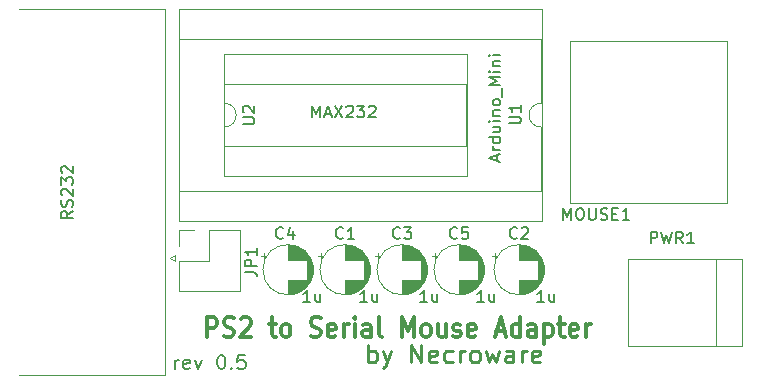
<source format=gbr>
%TF.GenerationSoftware,KiCad,Pcbnew,5.1.7*%
%TF.CreationDate,2020-11-23T16:00:52+01:00*%
%TF.ProjectId,ps2-serial-mouse-adapter,7073322d-7365-4726-9961-6c2d6d6f7573,0.5*%
%TF.SameCoordinates,Original*%
%TF.FileFunction,Legend,Top*%
%TF.FilePolarity,Positive*%
%FSLAX46Y46*%
G04 Gerber Fmt 4.6, Leading zero omitted, Abs format (unit mm)*
G04 Created by KiCad (PCBNEW 5.1.7) date 2020-11-23 16:00:52*
%MOMM*%
%LPD*%
G01*
G04 APERTURE LIST*
%ADD10C,0.150000*%
%ADD11C,0.250000*%
%ADD12C,0.300000*%
%ADD13C,0.120000*%
G04 APERTURE END LIST*
D10*
X94847142Y-85632857D02*
X94847142Y-84832857D01*
X94847142Y-85061428D02*
X94904285Y-84947142D01*
X94961428Y-84890000D01*
X95075714Y-84832857D01*
X95190000Y-84832857D01*
X96047142Y-85575714D02*
X95932857Y-85632857D01*
X95704285Y-85632857D01*
X95590000Y-85575714D01*
X95532857Y-85461428D01*
X95532857Y-85004285D01*
X95590000Y-84890000D01*
X95704285Y-84832857D01*
X95932857Y-84832857D01*
X96047142Y-84890000D01*
X96104285Y-85004285D01*
X96104285Y-85118571D01*
X95532857Y-85232857D01*
X96504285Y-84832857D02*
X96790000Y-85632857D01*
X97075714Y-84832857D01*
X98675714Y-84432857D02*
X98790000Y-84432857D01*
X98904285Y-84490000D01*
X98961428Y-84547142D01*
X99018571Y-84661428D01*
X99075714Y-84890000D01*
X99075714Y-85175714D01*
X99018571Y-85404285D01*
X98961428Y-85518571D01*
X98904285Y-85575714D01*
X98790000Y-85632857D01*
X98675714Y-85632857D01*
X98561428Y-85575714D01*
X98504285Y-85518571D01*
X98447142Y-85404285D01*
X98390000Y-85175714D01*
X98390000Y-84890000D01*
X98447142Y-84661428D01*
X98504285Y-84547142D01*
X98561428Y-84490000D01*
X98675714Y-84432857D01*
X99590000Y-85518571D02*
X99647142Y-85575714D01*
X99590000Y-85632857D01*
X99532857Y-85575714D01*
X99590000Y-85518571D01*
X99590000Y-85632857D01*
X100732857Y-84432857D02*
X100161428Y-84432857D01*
X100104285Y-85004285D01*
X100161428Y-84947142D01*
X100275714Y-84890000D01*
X100561428Y-84890000D01*
X100675714Y-84947142D01*
X100732857Y-85004285D01*
X100790000Y-85118571D01*
X100790000Y-85404285D01*
X100732857Y-85518571D01*
X100675714Y-85575714D01*
X100561428Y-85632857D01*
X100275714Y-85632857D01*
X100161428Y-85575714D01*
X100104285Y-85518571D01*
D11*
X111177500Y-85070071D02*
X111177500Y-83570071D01*
X111177500Y-84141500D02*
X111320357Y-84070071D01*
X111606071Y-84070071D01*
X111748928Y-84141500D01*
X111820357Y-84212928D01*
X111891785Y-84355785D01*
X111891785Y-84784357D01*
X111820357Y-84927214D01*
X111748928Y-84998642D01*
X111606071Y-85070071D01*
X111320357Y-85070071D01*
X111177500Y-84998642D01*
X112391785Y-84070071D02*
X112748928Y-85070071D01*
X113106071Y-84070071D02*
X112748928Y-85070071D01*
X112606071Y-85427214D01*
X112534642Y-85498642D01*
X112391785Y-85570071D01*
X114820357Y-85070071D02*
X114820357Y-83570071D01*
X115677500Y-85070071D01*
X115677500Y-83570071D01*
X116963214Y-84998642D02*
X116820357Y-85070071D01*
X116534642Y-85070071D01*
X116391785Y-84998642D01*
X116320357Y-84855785D01*
X116320357Y-84284357D01*
X116391785Y-84141500D01*
X116534642Y-84070071D01*
X116820357Y-84070071D01*
X116963214Y-84141500D01*
X117034642Y-84284357D01*
X117034642Y-84427214D01*
X116320357Y-84570071D01*
X118320357Y-84998642D02*
X118177500Y-85070071D01*
X117891785Y-85070071D01*
X117748928Y-84998642D01*
X117677500Y-84927214D01*
X117606071Y-84784357D01*
X117606071Y-84355785D01*
X117677500Y-84212928D01*
X117748928Y-84141500D01*
X117891785Y-84070071D01*
X118177500Y-84070071D01*
X118320357Y-84141500D01*
X118963214Y-85070071D02*
X118963214Y-84070071D01*
X118963214Y-84355785D02*
X119034642Y-84212928D01*
X119106071Y-84141500D01*
X119248928Y-84070071D01*
X119391785Y-84070071D01*
X120106071Y-85070071D02*
X119963214Y-84998642D01*
X119891785Y-84927214D01*
X119820357Y-84784357D01*
X119820357Y-84355785D01*
X119891785Y-84212928D01*
X119963214Y-84141500D01*
X120106071Y-84070071D01*
X120320357Y-84070071D01*
X120463214Y-84141500D01*
X120534642Y-84212928D01*
X120606071Y-84355785D01*
X120606071Y-84784357D01*
X120534642Y-84927214D01*
X120463214Y-84998642D01*
X120320357Y-85070071D01*
X120106071Y-85070071D01*
X121106071Y-84070071D02*
X121391785Y-85070071D01*
X121677500Y-84355785D01*
X121963214Y-85070071D01*
X122248928Y-84070071D01*
X123463214Y-85070071D02*
X123463214Y-84284357D01*
X123391785Y-84141500D01*
X123248928Y-84070071D01*
X122963214Y-84070071D01*
X122820357Y-84141500D01*
X123463214Y-84998642D02*
X123320357Y-85070071D01*
X122963214Y-85070071D01*
X122820357Y-84998642D01*
X122748928Y-84855785D01*
X122748928Y-84712928D01*
X122820357Y-84570071D01*
X122963214Y-84498642D01*
X123320357Y-84498642D01*
X123463214Y-84427214D01*
X124177500Y-85070071D02*
X124177500Y-84070071D01*
X124177500Y-84355785D02*
X124248928Y-84212928D01*
X124320357Y-84141500D01*
X124463214Y-84070071D01*
X124606071Y-84070071D01*
X125677500Y-84998642D02*
X125534642Y-85070071D01*
X125248928Y-85070071D01*
X125106071Y-84998642D01*
X125034642Y-84855785D01*
X125034642Y-84284357D01*
X125106071Y-84141500D01*
X125248928Y-84070071D01*
X125534642Y-84070071D01*
X125677500Y-84141500D01*
X125748928Y-84284357D01*
X125748928Y-84427214D01*
X125034642Y-84570071D01*
D12*
X97522142Y-82938047D02*
X97522142Y-81238047D01*
X98093571Y-81238047D01*
X98236428Y-81319000D01*
X98307857Y-81399952D01*
X98379285Y-81561857D01*
X98379285Y-81804714D01*
X98307857Y-81966619D01*
X98236428Y-82047571D01*
X98093571Y-82128523D01*
X97522142Y-82128523D01*
X98950714Y-82857095D02*
X99165000Y-82938047D01*
X99522142Y-82938047D01*
X99665000Y-82857095D01*
X99736428Y-82776142D01*
X99807857Y-82614238D01*
X99807857Y-82452333D01*
X99736428Y-82290428D01*
X99665000Y-82209476D01*
X99522142Y-82128523D01*
X99236428Y-82047571D01*
X99093571Y-81966619D01*
X99022142Y-81885666D01*
X98950714Y-81723761D01*
X98950714Y-81561857D01*
X99022142Y-81399952D01*
X99093571Y-81319000D01*
X99236428Y-81238047D01*
X99593571Y-81238047D01*
X99807857Y-81319000D01*
X100379285Y-81399952D02*
X100450714Y-81319000D01*
X100593571Y-81238047D01*
X100950714Y-81238047D01*
X101093571Y-81319000D01*
X101165000Y-81399952D01*
X101236428Y-81561857D01*
X101236428Y-81723761D01*
X101165000Y-81966619D01*
X100307857Y-82938047D01*
X101236428Y-82938047D01*
X102807857Y-81804714D02*
X103379285Y-81804714D01*
X103022142Y-81238047D02*
X103022142Y-82695190D01*
X103093571Y-82857095D01*
X103236428Y-82938047D01*
X103379285Y-82938047D01*
X104093571Y-82938047D02*
X103950714Y-82857095D01*
X103879285Y-82776142D01*
X103807857Y-82614238D01*
X103807857Y-82128523D01*
X103879285Y-81966619D01*
X103950714Y-81885666D01*
X104093571Y-81804714D01*
X104307857Y-81804714D01*
X104450714Y-81885666D01*
X104522142Y-81966619D01*
X104593571Y-82128523D01*
X104593571Y-82614238D01*
X104522142Y-82776142D01*
X104450714Y-82857095D01*
X104307857Y-82938047D01*
X104093571Y-82938047D01*
X106307857Y-82857095D02*
X106522142Y-82938047D01*
X106879285Y-82938047D01*
X107022142Y-82857095D01*
X107093571Y-82776142D01*
X107165000Y-82614238D01*
X107165000Y-82452333D01*
X107093571Y-82290428D01*
X107022142Y-82209476D01*
X106879285Y-82128523D01*
X106593571Y-82047571D01*
X106450714Y-81966619D01*
X106379285Y-81885666D01*
X106307857Y-81723761D01*
X106307857Y-81561857D01*
X106379285Y-81399952D01*
X106450714Y-81319000D01*
X106593571Y-81238047D01*
X106950714Y-81238047D01*
X107165000Y-81319000D01*
X108379285Y-82857095D02*
X108236428Y-82938047D01*
X107950714Y-82938047D01*
X107807857Y-82857095D01*
X107736428Y-82695190D01*
X107736428Y-82047571D01*
X107807857Y-81885666D01*
X107950714Y-81804714D01*
X108236428Y-81804714D01*
X108379285Y-81885666D01*
X108450714Y-82047571D01*
X108450714Y-82209476D01*
X107736428Y-82371380D01*
X109093571Y-82938047D02*
X109093571Y-81804714D01*
X109093571Y-82128523D02*
X109165000Y-81966619D01*
X109236428Y-81885666D01*
X109379285Y-81804714D01*
X109522142Y-81804714D01*
X110022142Y-82938047D02*
X110022142Y-81804714D01*
X110022142Y-81238047D02*
X109950714Y-81319000D01*
X110022142Y-81399952D01*
X110093571Y-81319000D01*
X110022142Y-81238047D01*
X110022142Y-81399952D01*
X111379285Y-82938047D02*
X111379285Y-82047571D01*
X111307857Y-81885666D01*
X111165000Y-81804714D01*
X110879285Y-81804714D01*
X110736428Y-81885666D01*
X111379285Y-82857095D02*
X111236428Y-82938047D01*
X110879285Y-82938047D01*
X110736428Y-82857095D01*
X110665000Y-82695190D01*
X110665000Y-82533285D01*
X110736428Y-82371380D01*
X110879285Y-82290428D01*
X111236428Y-82290428D01*
X111379285Y-82209476D01*
X112307857Y-82938047D02*
X112165000Y-82857095D01*
X112093571Y-82695190D01*
X112093571Y-81238047D01*
X114022142Y-82938047D02*
X114022142Y-81238047D01*
X114522142Y-82452333D01*
X115022142Y-81238047D01*
X115022142Y-82938047D01*
X115950714Y-82938047D02*
X115807857Y-82857095D01*
X115736428Y-82776142D01*
X115665000Y-82614238D01*
X115665000Y-82128523D01*
X115736428Y-81966619D01*
X115807857Y-81885666D01*
X115950714Y-81804714D01*
X116165000Y-81804714D01*
X116307857Y-81885666D01*
X116379285Y-81966619D01*
X116450714Y-82128523D01*
X116450714Y-82614238D01*
X116379285Y-82776142D01*
X116307857Y-82857095D01*
X116165000Y-82938047D01*
X115950714Y-82938047D01*
X117736428Y-81804714D02*
X117736428Y-82938047D01*
X117093571Y-81804714D02*
X117093571Y-82695190D01*
X117165000Y-82857095D01*
X117307857Y-82938047D01*
X117522142Y-82938047D01*
X117665000Y-82857095D01*
X117736428Y-82776142D01*
X118379285Y-82857095D02*
X118522142Y-82938047D01*
X118807857Y-82938047D01*
X118950714Y-82857095D01*
X119022142Y-82695190D01*
X119022142Y-82614238D01*
X118950714Y-82452333D01*
X118807857Y-82371380D01*
X118593571Y-82371380D01*
X118450714Y-82290428D01*
X118379285Y-82128523D01*
X118379285Y-82047571D01*
X118450714Y-81885666D01*
X118593571Y-81804714D01*
X118807857Y-81804714D01*
X118950714Y-81885666D01*
X120236428Y-82857095D02*
X120093571Y-82938047D01*
X119807857Y-82938047D01*
X119665000Y-82857095D01*
X119593571Y-82695190D01*
X119593571Y-82047571D01*
X119665000Y-81885666D01*
X119807857Y-81804714D01*
X120093571Y-81804714D01*
X120236428Y-81885666D01*
X120307857Y-82047571D01*
X120307857Y-82209476D01*
X119593571Y-82371380D01*
X122022142Y-82452333D02*
X122736428Y-82452333D01*
X121879285Y-82938047D02*
X122379285Y-81238047D01*
X122879285Y-82938047D01*
X124022142Y-82938047D02*
X124022142Y-81238047D01*
X124022142Y-82857095D02*
X123879285Y-82938047D01*
X123593571Y-82938047D01*
X123450714Y-82857095D01*
X123379285Y-82776142D01*
X123307857Y-82614238D01*
X123307857Y-82128523D01*
X123379285Y-81966619D01*
X123450714Y-81885666D01*
X123593571Y-81804714D01*
X123879285Y-81804714D01*
X124022142Y-81885666D01*
X125379285Y-82938047D02*
X125379285Y-82047571D01*
X125307857Y-81885666D01*
X125165000Y-81804714D01*
X124879285Y-81804714D01*
X124736428Y-81885666D01*
X125379285Y-82857095D02*
X125236428Y-82938047D01*
X124879285Y-82938047D01*
X124736428Y-82857095D01*
X124665000Y-82695190D01*
X124665000Y-82533285D01*
X124736428Y-82371380D01*
X124879285Y-82290428D01*
X125236428Y-82290428D01*
X125379285Y-82209476D01*
X126093571Y-81804714D02*
X126093571Y-83504714D01*
X126093571Y-81885666D02*
X126236428Y-81804714D01*
X126522142Y-81804714D01*
X126665000Y-81885666D01*
X126736428Y-81966619D01*
X126807857Y-82128523D01*
X126807857Y-82614238D01*
X126736428Y-82776142D01*
X126665000Y-82857095D01*
X126522142Y-82938047D01*
X126236428Y-82938047D01*
X126093571Y-82857095D01*
X127236428Y-81804714D02*
X127807857Y-81804714D01*
X127450714Y-81238047D02*
X127450714Y-82695190D01*
X127522142Y-82857095D01*
X127665000Y-82938047D01*
X127807857Y-82938047D01*
X128879285Y-82857095D02*
X128736428Y-82938047D01*
X128450714Y-82938047D01*
X128307857Y-82857095D01*
X128236428Y-82695190D01*
X128236428Y-82047571D01*
X128307857Y-81885666D01*
X128450714Y-81804714D01*
X128736428Y-81804714D01*
X128879285Y-81885666D01*
X128950714Y-82047571D01*
X128950714Y-82209476D01*
X128236428Y-82371380D01*
X129593571Y-82938047D02*
X129593571Y-81804714D01*
X129593571Y-82128523D02*
X129665000Y-81966619D01*
X129736428Y-81885666D01*
X129879285Y-81804714D01*
X130022142Y-81804714D01*
D13*
%TO.C,MOUSE1*%
X128262500Y-71556500D02*
X141542500Y-71556500D01*
X141542500Y-57856500D02*
X141542500Y-71556500D01*
X128262500Y-57856500D02*
X141542500Y-57856500D01*
X128262500Y-71556500D02*
X128262500Y-57856500D01*
%TO.C,JP1*%
X95126500Y-79054000D02*
X95126500Y-76454000D01*
X95126500Y-79054000D02*
X100326500Y-79054000D01*
X100326500Y-79054000D02*
X100326500Y-73854000D01*
X97726500Y-73854000D02*
X100326500Y-73854000D01*
X97726500Y-76454000D02*
X97726500Y-73854000D01*
X95126500Y-76454000D02*
X97726500Y-76454000D01*
X95126500Y-73854000D02*
X96456500Y-73854000D01*
X95126500Y-75184000D02*
X95126500Y-73854000D01*
%TO.C,C2*%
X126060000Y-77216000D02*
G75*
G03*
X126060000Y-77216000I-2120000J0D01*
G01*
X123940000Y-78056000D02*
X123940000Y-79296000D01*
X123940000Y-75136000D02*
X123940000Y-76376000D01*
X123980000Y-78056000D02*
X123980000Y-79296000D01*
X123980000Y-75136000D02*
X123980000Y-76376000D01*
X124020000Y-78056000D02*
X124020000Y-79295000D01*
X124020000Y-75137000D02*
X124020000Y-76376000D01*
X124060000Y-75139000D02*
X124060000Y-76376000D01*
X124060000Y-78056000D02*
X124060000Y-79293000D01*
X124100000Y-75142000D02*
X124100000Y-76376000D01*
X124100000Y-78056000D02*
X124100000Y-79290000D01*
X124140000Y-75145000D02*
X124140000Y-76376000D01*
X124140000Y-78056000D02*
X124140000Y-79287000D01*
X124180000Y-75149000D02*
X124180000Y-76376000D01*
X124180000Y-78056000D02*
X124180000Y-79283000D01*
X124220000Y-75154000D02*
X124220000Y-76376000D01*
X124220000Y-78056000D02*
X124220000Y-79278000D01*
X124260000Y-75160000D02*
X124260000Y-76376000D01*
X124260000Y-78056000D02*
X124260000Y-79272000D01*
X124300000Y-75166000D02*
X124300000Y-76376000D01*
X124300000Y-78056000D02*
X124300000Y-79266000D01*
X124340000Y-75174000D02*
X124340000Y-76376000D01*
X124340000Y-78056000D02*
X124340000Y-79258000D01*
X124380000Y-75182000D02*
X124380000Y-76376000D01*
X124380000Y-78056000D02*
X124380000Y-79250000D01*
X124420000Y-75191000D02*
X124420000Y-76376000D01*
X124420000Y-78056000D02*
X124420000Y-79241000D01*
X124460000Y-75200000D02*
X124460000Y-76376000D01*
X124460000Y-78056000D02*
X124460000Y-79232000D01*
X124500000Y-75211000D02*
X124500000Y-76376000D01*
X124500000Y-78056000D02*
X124500000Y-79221000D01*
X124540000Y-75222000D02*
X124540000Y-76376000D01*
X124540000Y-78056000D02*
X124540000Y-79210000D01*
X124580000Y-75234000D02*
X124580000Y-76376000D01*
X124580000Y-78056000D02*
X124580000Y-79198000D01*
X124620000Y-75248000D02*
X124620000Y-76376000D01*
X124620000Y-78056000D02*
X124620000Y-79184000D01*
X124661000Y-75262000D02*
X124661000Y-76376000D01*
X124661000Y-78056000D02*
X124661000Y-79170000D01*
X124701000Y-75276000D02*
X124701000Y-76376000D01*
X124701000Y-78056000D02*
X124701000Y-79156000D01*
X124741000Y-75292000D02*
X124741000Y-76376000D01*
X124741000Y-78056000D02*
X124741000Y-79140000D01*
X124781000Y-75309000D02*
X124781000Y-76376000D01*
X124781000Y-78056000D02*
X124781000Y-79123000D01*
X124821000Y-75327000D02*
X124821000Y-76376000D01*
X124821000Y-78056000D02*
X124821000Y-79105000D01*
X124861000Y-75346000D02*
X124861000Y-76376000D01*
X124861000Y-78056000D02*
X124861000Y-79086000D01*
X124901000Y-75365000D02*
X124901000Y-76376000D01*
X124901000Y-78056000D02*
X124901000Y-79067000D01*
X124941000Y-75386000D02*
X124941000Y-76376000D01*
X124941000Y-78056000D02*
X124941000Y-79046000D01*
X124981000Y-75408000D02*
X124981000Y-76376000D01*
X124981000Y-78056000D02*
X124981000Y-79024000D01*
X125021000Y-75431000D02*
X125021000Y-76376000D01*
X125021000Y-78056000D02*
X125021000Y-79001000D01*
X125061000Y-75456000D02*
X125061000Y-76376000D01*
X125061000Y-78056000D02*
X125061000Y-78976000D01*
X125101000Y-75481000D02*
X125101000Y-76376000D01*
X125101000Y-78056000D02*
X125101000Y-78951000D01*
X125141000Y-75508000D02*
X125141000Y-76376000D01*
X125141000Y-78056000D02*
X125141000Y-78924000D01*
X125181000Y-75536000D02*
X125181000Y-76376000D01*
X125181000Y-78056000D02*
X125181000Y-78896000D01*
X125221000Y-75566000D02*
X125221000Y-76376000D01*
X125221000Y-78056000D02*
X125221000Y-78866000D01*
X125261000Y-75597000D02*
X125261000Y-76376000D01*
X125261000Y-78056000D02*
X125261000Y-78835000D01*
X125301000Y-75629000D02*
X125301000Y-76376000D01*
X125301000Y-78056000D02*
X125301000Y-78803000D01*
X125341000Y-75664000D02*
X125341000Y-76376000D01*
X125341000Y-78056000D02*
X125341000Y-78768000D01*
X125381000Y-75700000D02*
X125381000Y-76376000D01*
X125381000Y-78056000D02*
X125381000Y-78732000D01*
X125421000Y-75738000D02*
X125421000Y-76376000D01*
X125421000Y-78056000D02*
X125421000Y-78694000D01*
X125461000Y-75778000D02*
X125461000Y-76376000D01*
X125461000Y-78056000D02*
X125461000Y-78654000D01*
X125501000Y-75820000D02*
X125501000Y-76376000D01*
X125501000Y-78056000D02*
X125501000Y-78612000D01*
X125541000Y-75865000D02*
X125541000Y-78567000D01*
X125581000Y-75912000D02*
X125581000Y-78520000D01*
X125621000Y-75962000D02*
X125621000Y-78470000D01*
X125661000Y-76016000D02*
X125661000Y-78416000D01*
X125701000Y-76074000D02*
X125701000Y-78358000D01*
X125741000Y-76136000D02*
X125741000Y-78296000D01*
X125781000Y-76203000D02*
X125781000Y-78229000D01*
X125821000Y-76276000D02*
X125821000Y-78156000D01*
X125861000Y-76357000D02*
X125861000Y-78075000D01*
X125901000Y-76448000D02*
X125901000Y-77984000D01*
X125941000Y-76552000D02*
X125941000Y-77880000D01*
X125981000Y-76679000D02*
X125981000Y-77753000D01*
X126021000Y-76846000D02*
X126021000Y-77586000D01*
X121670199Y-76021000D02*
X122070199Y-76021000D01*
X121870199Y-75821000D02*
X121870199Y-76221000D01*
%TO.C,U1*%
X125790000Y-63135000D02*
X125790000Y-57675000D01*
X125790000Y-57675000D02*
X95190000Y-57675000D01*
X95190000Y-57675000D02*
X95190000Y-70595000D01*
X95190000Y-70595000D02*
X125790000Y-70595000D01*
X125790000Y-70595000D02*
X125790000Y-65135000D01*
X125850000Y-55185000D02*
X95130000Y-55185000D01*
X95130000Y-55185000D02*
X95130000Y-73085000D01*
X95130000Y-73085000D02*
X125850000Y-73085000D01*
X125850000Y-73085000D02*
X125850000Y-55185000D01*
X125790000Y-65135000D02*
G75*
G02*
X125790000Y-63135000I0J1000000D01*
G01*
%TO.C,C5*%
X120980000Y-77216000D02*
G75*
G03*
X120980000Y-77216000I-2120000J0D01*
G01*
X118860000Y-78056000D02*
X118860000Y-79296000D01*
X118860000Y-75136000D02*
X118860000Y-76376000D01*
X118900000Y-78056000D02*
X118900000Y-79296000D01*
X118900000Y-75136000D02*
X118900000Y-76376000D01*
X118940000Y-78056000D02*
X118940000Y-79295000D01*
X118940000Y-75137000D02*
X118940000Y-76376000D01*
X118980000Y-75139000D02*
X118980000Y-76376000D01*
X118980000Y-78056000D02*
X118980000Y-79293000D01*
X119020000Y-75142000D02*
X119020000Y-76376000D01*
X119020000Y-78056000D02*
X119020000Y-79290000D01*
X119060000Y-75145000D02*
X119060000Y-76376000D01*
X119060000Y-78056000D02*
X119060000Y-79287000D01*
X119100000Y-75149000D02*
X119100000Y-76376000D01*
X119100000Y-78056000D02*
X119100000Y-79283000D01*
X119140000Y-75154000D02*
X119140000Y-76376000D01*
X119140000Y-78056000D02*
X119140000Y-79278000D01*
X119180000Y-75160000D02*
X119180000Y-76376000D01*
X119180000Y-78056000D02*
X119180000Y-79272000D01*
X119220000Y-75166000D02*
X119220000Y-76376000D01*
X119220000Y-78056000D02*
X119220000Y-79266000D01*
X119260000Y-75174000D02*
X119260000Y-76376000D01*
X119260000Y-78056000D02*
X119260000Y-79258000D01*
X119300000Y-75182000D02*
X119300000Y-76376000D01*
X119300000Y-78056000D02*
X119300000Y-79250000D01*
X119340000Y-75191000D02*
X119340000Y-76376000D01*
X119340000Y-78056000D02*
X119340000Y-79241000D01*
X119380000Y-75200000D02*
X119380000Y-76376000D01*
X119380000Y-78056000D02*
X119380000Y-79232000D01*
X119420000Y-75211000D02*
X119420000Y-76376000D01*
X119420000Y-78056000D02*
X119420000Y-79221000D01*
X119460000Y-75222000D02*
X119460000Y-76376000D01*
X119460000Y-78056000D02*
X119460000Y-79210000D01*
X119500000Y-75234000D02*
X119500000Y-76376000D01*
X119500000Y-78056000D02*
X119500000Y-79198000D01*
X119540000Y-75248000D02*
X119540000Y-76376000D01*
X119540000Y-78056000D02*
X119540000Y-79184000D01*
X119581000Y-75262000D02*
X119581000Y-76376000D01*
X119581000Y-78056000D02*
X119581000Y-79170000D01*
X119621000Y-75276000D02*
X119621000Y-76376000D01*
X119621000Y-78056000D02*
X119621000Y-79156000D01*
X119661000Y-75292000D02*
X119661000Y-76376000D01*
X119661000Y-78056000D02*
X119661000Y-79140000D01*
X119701000Y-75309000D02*
X119701000Y-76376000D01*
X119701000Y-78056000D02*
X119701000Y-79123000D01*
X119741000Y-75327000D02*
X119741000Y-76376000D01*
X119741000Y-78056000D02*
X119741000Y-79105000D01*
X119781000Y-75346000D02*
X119781000Y-76376000D01*
X119781000Y-78056000D02*
X119781000Y-79086000D01*
X119821000Y-75365000D02*
X119821000Y-76376000D01*
X119821000Y-78056000D02*
X119821000Y-79067000D01*
X119861000Y-75386000D02*
X119861000Y-76376000D01*
X119861000Y-78056000D02*
X119861000Y-79046000D01*
X119901000Y-75408000D02*
X119901000Y-76376000D01*
X119901000Y-78056000D02*
X119901000Y-79024000D01*
X119941000Y-75431000D02*
X119941000Y-76376000D01*
X119941000Y-78056000D02*
X119941000Y-79001000D01*
X119981000Y-75456000D02*
X119981000Y-76376000D01*
X119981000Y-78056000D02*
X119981000Y-78976000D01*
X120021000Y-75481000D02*
X120021000Y-76376000D01*
X120021000Y-78056000D02*
X120021000Y-78951000D01*
X120061000Y-75508000D02*
X120061000Y-76376000D01*
X120061000Y-78056000D02*
X120061000Y-78924000D01*
X120101000Y-75536000D02*
X120101000Y-76376000D01*
X120101000Y-78056000D02*
X120101000Y-78896000D01*
X120141000Y-75566000D02*
X120141000Y-76376000D01*
X120141000Y-78056000D02*
X120141000Y-78866000D01*
X120181000Y-75597000D02*
X120181000Y-76376000D01*
X120181000Y-78056000D02*
X120181000Y-78835000D01*
X120221000Y-75629000D02*
X120221000Y-76376000D01*
X120221000Y-78056000D02*
X120221000Y-78803000D01*
X120261000Y-75664000D02*
X120261000Y-76376000D01*
X120261000Y-78056000D02*
X120261000Y-78768000D01*
X120301000Y-75700000D02*
X120301000Y-76376000D01*
X120301000Y-78056000D02*
X120301000Y-78732000D01*
X120341000Y-75738000D02*
X120341000Y-76376000D01*
X120341000Y-78056000D02*
X120341000Y-78694000D01*
X120381000Y-75778000D02*
X120381000Y-76376000D01*
X120381000Y-78056000D02*
X120381000Y-78654000D01*
X120421000Y-75820000D02*
X120421000Y-76376000D01*
X120421000Y-78056000D02*
X120421000Y-78612000D01*
X120461000Y-75865000D02*
X120461000Y-78567000D01*
X120501000Y-75912000D02*
X120501000Y-78520000D01*
X120541000Y-75962000D02*
X120541000Y-78470000D01*
X120581000Y-76016000D02*
X120581000Y-78416000D01*
X120621000Y-76074000D02*
X120621000Y-78358000D01*
X120661000Y-76136000D02*
X120661000Y-78296000D01*
X120701000Y-76203000D02*
X120701000Y-78229000D01*
X120741000Y-76276000D02*
X120741000Y-78156000D01*
X120781000Y-76357000D02*
X120781000Y-78075000D01*
X120821000Y-76448000D02*
X120821000Y-77984000D01*
X120861000Y-76552000D02*
X120861000Y-77880000D01*
X120901000Y-76679000D02*
X120901000Y-77753000D01*
X120941000Y-76846000D02*
X120941000Y-77586000D01*
X116590199Y-76021000D02*
X116990199Y-76021000D01*
X116790199Y-75821000D02*
X116790199Y-76221000D01*
%TO.C,RS232*%
X81595000Y-55175000D02*
X93935000Y-55175000D01*
X93935000Y-55175000D02*
X93935000Y-86145000D01*
X93935000Y-86145000D02*
X81595000Y-86145000D01*
X94829338Y-75950000D02*
X94829338Y-76450000D01*
X94829338Y-76450000D02*
X94396325Y-76200000D01*
X94396325Y-76200000D02*
X94829338Y-75950000D01*
%TO.C,U2*%
X99000000Y-65135000D02*
X99000000Y-66785000D01*
X99000000Y-66785000D02*
X119440000Y-66785000D01*
X119440000Y-66785000D02*
X119440000Y-61485000D01*
X119440000Y-61485000D02*
X99000000Y-61485000D01*
X99000000Y-61485000D02*
X99000000Y-63135000D01*
X98940000Y-69275000D02*
X119500000Y-69275000D01*
X119500000Y-69275000D02*
X119500000Y-58995000D01*
X119500000Y-58995000D02*
X98940000Y-58995000D01*
X98940000Y-58995000D02*
X98940000Y-69275000D01*
X99000000Y-63135000D02*
G75*
G02*
X99000000Y-65135000I0J-1000000D01*
G01*
%TO.C,PWR1*%
X140609500Y-83710000D02*
X140609500Y-76310000D01*
X142859500Y-83710000D02*
X133159500Y-83710000D01*
X142859500Y-83710000D02*
X142859500Y-76310000D01*
X133159500Y-76310000D02*
X142859500Y-76310000D01*
X133159500Y-83710000D02*
X133159500Y-76310000D01*
%TO.C,C4*%
X106502000Y-77216000D02*
G75*
G03*
X106502000Y-77216000I-2120000J0D01*
G01*
X104382000Y-78056000D02*
X104382000Y-79296000D01*
X104382000Y-75136000D02*
X104382000Y-76376000D01*
X104422000Y-78056000D02*
X104422000Y-79296000D01*
X104422000Y-75136000D02*
X104422000Y-76376000D01*
X104462000Y-78056000D02*
X104462000Y-79295000D01*
X104462000Y-75137000D02*
X104462000Y-76376000D01*
X104502000Y-75139000D02*
X104502000Y-76376000D01*
X104502000Y-78056000D02*
X104502000Y-79293000D01*
X104542000Y-75142000D02*
X104542000Y-76376000D01*
X104542000Y-78056000D02*
X104542000Y-79290000D01*
X104582000Y-75145000D02*
X104582000Y-76376000D01*
X104582000Y-78056000D02*
X104582000Y-79287000D01*
X104622000Y-75149000D02*
X104622000Y-76376000D01*
X104622000Y-78056000D02*
X104622000Y-79283000D01*
X104662000Y-75154000D02*
X104662000Y-76376000D01*
X104662000Y-78056000D02*
X104662000Y-79278000D01*
X104702000Y-75160000D02*
X104702000Y-76376000D01*
X104702000Y-78056000D02*
X104702000Y-79272000D01*
X104742000Y-75166000D02*
X104742000Y-76376000D01*
X104742000Y-78056000D02*
X104742000Y-79266000D01*
X104782000Y-75174000D02*
X104782000Y-76376000D01*
X104782000Y-78056000D02*
X104782000Y-79258000D01*
X104822000Y-75182000D02*
X104822000Y-76376000D01*
X104822000Y-78056000D02*
X104822000Y-79250000D01*
X104862000Y-75191000D02*
X104862000Y-76376000D01*
X104862000Y-78056000D02*
X104862000Y-79241000D01*
X104902000Y-75200000D02*
X104902000Y-76376000D01*
X104902000Y-78056000D02*
X104902000Y-79232000D01*
X104942000Y-75211000D02*
X104942000Y-76376000D01*
X104942000Y-78056000D02*
X104942000Y-79221000D01*
X104982000Y-75222000D02*
X104982000Y-76376000D01*
X104982000Y-78056000D02*
X104982000Y-79210000D01*
X105022000Y-75234000D02*
X105022000Y-76376000D01*
X105022000Y-78056000D02*
X105022000Y-79198000D01*
X105062000Y-75248000D02*
X105062000Y-76376000D01*
X105062000Y-78056000D02*
X105062000Y-79184000D01*
X105103000Y-75262000D02*
X105103000Y-76376000D01*
X105103000Y-78056000D02*
X105103000Y-79170000D01*
X105143000Y-75276000D02*
X105143000Y-76376000D01*
X105143000Y-78056000D02*
X105143000Y-79156000D01*
X105183000Y-75292000D02*
X105183000Y-76376000D01*
X105183000Y-78056000D02*
X105183000Y-79140000D01*
X105223000Y-75309000D02*
X105223000Y-76376000D01*
X105223000Y-78056000D02*
X105223000Y-79123000D01*
X105263000Y-75327000D02*
X105263000Y-76376000D01*
X105263000Y-78056000D02*
X105263000Y-79105000D01*
X105303000Y-75346000D02*
X105303000Y-76376000D01*
X105303000Y-78056000D02*
X105303000Y-79086000D01*
X105343000Y-75365000D02*
X105343000Y-76376000D01*
X105343000Y-78056000D02*
X105343000Y-79067000D01*
X105383000Y-75386000D02*
X105383000Y-76376000D01*
X105383000Y-78056000D02*
X105383000Y-79046000D01*
X105423000Y-75408000D02*
X105423000Y-76376000D01*
X105423000Y-78056000D02*
X105423000Y-79024000D01*
X105463000Y-75431000D02*
X105463000Y-76376000D01*
X105463000Y-78056000D02*
X105463000Y-79001000D01*
X105503000Y-75456000D02*
X105503000Y-76376000D01*
X105503000Y-78056000D02*
X105503000Y-78976000D01*
X105543000Y-75481000D02*
X105543000Y-76376000D01*
X105543000Y-78056000D02*
X105543000Y-78951000D01*
X105583000Y-75508000D02*
X105583000Y-76376000D01*
X105583000Y-78056000D02*
X105583000Y-78924000D01*
X105623000Y-75536000D02*
X105623000Y-76376000D01*
X105623000Y-78056000D02*
X105623000Y-78896000D01*
X105663000Y-75566000D02*
X105663000Y-76376000D01*
X105663000Y-78056000D02*
X105663000Y-78866000D01*
X105703000Y-75597000D02*
X105703000Y-76376000D01*
X105703000Y-78056000D02*
X105703000Y-78835000D01*
X105743000Y-75629000D02*
X105743000Y-76376000D01*
X105743000Y-78056000D02*
X105743000Y-78803000D01*
X105783000Y-75664000D02*
X105783000Y-76376000D01*
X105783000Y-78056000D02*
X105783000Y-78768000D01*
X105823000Y-75700000D02*
X105823000Y-76376000D01*
X105823000Y-78056000D02*
X105823000Y-78732000D01*
X105863000Y-75738000D02*
X105863000Y-76376000D01*
X105863000Y-78056000D02*
X105863000Y-78694000D01*
X105903000Y-75778000D02*
X105903000Y-76376000D01*
X105903000Y-78056000D02*
X105903000Y-78654000D01*
X105943000Y-75820000D02*
X105943000Y-76376000D01*
X105943000Y-78056000D02*
X105943000Y-78612000D01*
X105983000Y-75865000D02*
X105983000Y-78567000D01*
X106023000Y-75912000D02*
X106023000Y-78520000D01*
X106063000Y-75962000D02*
X106063000Y-78470000D01*
X106103000Y-76016000D02*
X106103000Y-78416000D01*
X106143000Y-76074000D02*
X106143000Y-78358000D01*
X106183000Y-76136000D02*
X106183000Y-78296000D01*
X106223000Y-76203000D02*
X106223000Y-78229000D01*
X106263000Y-76276000D02*
X106263000Y-78156000D01*
X106303000Y-76357000D02*
X106303000Y-78075000D01*
X106343000Y-76448000D02*
X106343000Y-77984000D01*
X106383000Y-76552000D02*
X106383000Y-77880000D01*
X106423000Y-76679000D02*
X106423000Y-77753000D01*
X106463000Y-76846000D02*
X106463000Y-77586000D01*
X102112199Y-76021000D02*
X102512199Y-76021000D01*
X102312199Y-75821000D02*
X102312199Y-76221000D01*
%TO.C,C3*%
X116154000Y-77216000D02*
G75*
G03*
X116154000Y-77216000I-2120000J0D01*
G01*
X114034000Y-78056000D02*
X114034000Y-79296000D01*
X114034000Y-75136000D02*
X114034000Y-76376000D01*
X114074000Y-78056000D02*
X114074000Y-79296000D01*
X114074000Y-75136000D02*
X114074000Y-76376000D01*
X114114000Y-78056000D02*
X114114000Y-79295000D01*
X114114000Y-75137000D02*
X114114000Y-76376000D01*
X114154000Y-75139000D02*
X114154000Y-76376000D01*
X114154000Y-78056000D02*
X114154000Y-79293000D01*
X114194000Y-75142000D02*
X114194000Y-76376000D01*
X114194000Y-78056000D02*
X114194000Y-79290000D01*
X114234000Y-75145000D02*
X114234000Y-76376000D01*
X114234000Y-78056000D02*
X114234000Y-79287000D01*
X114274000Y-75149000D02*
X114274000Y-76376000D01*
X114274000Y-78056000D02*
X114274000Y-79283000D01*
X114314000Y-75154000D02*
X114314000Y-76376000D01*
X114314000Y-78056000D02*
X114314000Y-79278000D01*
X114354000Y-75160000D02*
X114354000Y-76376000D01*
X114354000Y-78056000D02*
X114354000Y-79272000D01*
X114394000Y-75166000D02*
X114394000Y-76376000D01*
X114394000Y-78056000D02*
X114394000Y-79266000D01*
X114434000Y-75174000D02*
X114434000Y-76376000D01*
X114434000Y-78056000D02*
X114434000Y-79258000D01*
X114474000Y-75182000D02*
X114474000Y-76376000D01*
X114474000Y-78056000D02*
X114474000Y-79250000D01*
X114514000Y-75191000D02*
X114514000Y-76376000D01*
X114514000Y-78056000D02*
X114514000Y-79241000D01*
X114554000Y-75200000D02*
X114554000Y-76376000D01*
X114554000Y-78056000D02*
X114554000Y-79232000D01*
X114594000Y-75211000D02*
X114594000Y-76376000D01*
X114594000Y-78056000D02*
X114594000Y-79221000D01*
X114634000Y-75222000D02*
X114634000Y-76376000D01*
X114634000Y-78056000D02*
X114634000Y-79210000D01*
X114674000Y-75234000D02*
X114674000Y-76376000D01*
X114674000Y-78056000D02*
X114674000Y-79198000D01*
X114714000Y-75248000D02*
X114714000Y-76376000D01*
X114714000Y-78056000D02*
X114714000Y-79184000D01*
X114755000Y-75262000D02*
X114755000Y-76376000D01*
X114755000Y-78056000D02*
X114755000Y-79170000D01*
X114795000Y-75276000D02*
X114795000Y-76376000D01*
X114795000Y-78056000D02*
X114795000Y-79156000D01*
X114835000Y-75292000D02*
X114835000Y-76376000D01*
X114835000Y-78056000D02*
X114835000Y-79140000D01*
X114875000Y-75309000D02*
X114875000Y-76376000D01*
X114875000Y-78056000D02*
X114875000Y-79123000D01*
X114915000Y-75327000D02*
X114915000Y-76376000D01*
X114915000Y-78056000D02*
X114915000Y-79105000D01*
X114955000Y-75346000D02*
X114955000Y-76376000D01*
X114955000Y-78056000D02*
X114955000Y-79086000D01*
X114995000Y-75365000D02*
X114995000Y-76376000D01*
X114995000Y-78056000D02*
X114995000Y-79067000D01*
X115035000Y-75386000D02*
X115035000Y-76376000D01*
X115035000Y-78056000D02*
X115035000Y-79046000D01*
X115075000Y-75408000D02*
X115075000Y-76376000D01*
X115075000Y-78056000D02*
X115075000Y-79024000D01*
X115115000Y-75431000D02*
X115115000Y-76376000D01*
X115115000Y-78056000D02*
X115115000Y-79001000D01*
X115155000Y-75456000D02*
X115155000Y-76376000D01*
X115155000Y-78056000D02*
X115155000Y-78976000D01*
X115195000Y-75481000D02*
X115195000Y-76376000D01*
X115195000Y-78056000D02*
X115195000Y-78951000D01*
X115235000Y-75508000D02*
X115235000Y-76376000D01*
X115235000Y-78056000D02*
X115235000Y-78924000D01*
X115275000Y-75536000D02*
X115275000Y-76376000D01*
X115275000Y-78056000D02*
X115275000Y-78896000D01*
X115315000Y-75566000D02*
X115315000Y-76376000D01*
X115315000Y-78056000D02*
X115315000Y-78866000D01*
X115355000Y-75597000D02*
X115355000Y-76376000D01*
X115355000Y-78056000D02*
X115355000Y-78835000D01*
X115395000Y-75629000D02*
X115395000Y-76376000D01*
X115395000Y-78056000D02*
X115395000Y-78803000D01*
X115435000Y-75664000D02*
X115435000Y-76376000D01*
X115435000Y-78056000D02*
X115435000Y-78768000D01*
X115475000Y-75700000D02*
X115475000Y-76376000D01*
X115475000Y-78056000D02*
X115475000Y-78732000D01*
X115515000Y-75738000D02*
X115515000Y-76376000D01*
X115515000Y-78056000D02*
X115515000Y-78694000D01*
X115555000Y-75778000D02*
X115555000Y-76376000D01*
X115555000Y-78056000D02*
X115555000Y-78654000D01*
X115595000Y-75820000D02*
X115595000Y-76376000D01*
X115595000Y-78056000D02*
X115595000Y-78612000D01*
X115635000Y-75865000D02*
X115635000Y-78567000D01*
X115675000Y-75912000D02*
X115675000Y-78520000D01*
X115715000Y-75962000D02*
X115715000Y-78470000D01*
X115755000Y-76016000D02*
X115755000Y-78416000D01*
X115795000Y-76074000D02*
X115795000Y-78358000D01*
X115835000Y-76136000D02*
X115835000Y-78296000D01*
X115875000Y-76203000D02*
X115875000Y-78229000D01*
X115915000Y-76276000D02*
X115915000Y-78156000D01*
X115955000Y-76357000D02*
X115955000Y-78075000D01*
X115995000Y-76448000D02*
X115995000Y-77984000D01*
X116035000Y-76552000D02*
X116035000Y-77880000D01*
X116075000Y-76679000D02*
X116075000Y-77753000D01*
X116115000Y-76846000D02*
X116115000Y-77586000D01*
X111764199Y-76021000D02*
X112164199Y-76021000D01*
X111964199Y-75821000D02*
X111964199Y-76221000D01*
%TO.C,C1*%
X111328000Y-77216000D02*
G75*
G03*
X111328000Y-77216000I-2120000J0D01*
G01*
X109208000Y-78056000D02*
X109208000Y-79296000D01*
X109208000Y-75136000D02*
X109208000Y-76376000D01*
X109248000Y-78056000D02*
X109248000Y-79296000D01*
X109248000Y-75136000D02*
X109248000Y-76376000D01*
X109288000Y-78056000D02*
X109288000Y-79295000D01*
X109288000Y-75137000D02*
X109288000Y-76376000D01*
X109328000Y-75139000D02*
X109328000Y-76376000D01*
X109328000Y-78056000D02*
X109328000Y-79293000D01*
X109368000Y-75142000D02*
X109368000Y-76376000D01*
X109368000Y-78056000D02*
X109368000Y-79290000D01*
X109408000Y-75145000D02*
X109408000Y-76376000D01*
X109408000Y-78056000D02*
X109408000Y-79287000D01*
X109448000Y-75149000D02*
X109448000Y-76376000D01*
X109448000Y-78056000D02*
X109448000Y-79283000D01*
X109488000Y-75154000D02*
X109488000Y-76376000D01*
X109488000Y-78056000D02*
X109488000Y-79278000D01*
X109528000Y-75160000D02*
X109528000Y-76376000D01*
X109528000Y-78056000D02*
X109528000Y-79272000D01*
X109568000Y-75166000D02*
X109568000Y-76376000D01*
X109568000Y-78056000D02*
X109568000Y-79266000D01*
X109608000Y-75174000D02*
X109608000Y-76376000D01*
X109608000Y-78056000D02*
X109608000Y-79258000D01*
X109648000Y-75182000D02*
X109648000Y-76376000D01*
X109648000Y-78056000D02*
X109648000Y-79250000D01*
X109688000Y-75191000D02*
X109688000Y-76376000D01*
X109688000Y-78056000D02*
X109688000Y-79241000D01*
X109728000Y-75200000D02*
X109728000Y-76376000D01*
X109728000Y-78056000D02*
X109728000Y-79232000D01*
X109768000Y-75211000D02*
X109768000Y-76376000D01*
X109768000Y-78056000D02*
X109768000Y-79221000D01*
X109808000Y-75222000D02*
X109808000Y-76376000D01*
X109808000Y-78056000D02*
X109808000Y-79210000D01*
X109848000Y-75234000D02*
X109848000Y-76376000D01*
X109848000Y-78056000D02*
X109848000Y-79198000D01*
X109888000Y-75248000D02*
X109888000Y-76376000D01*
X109888000Y-78056000D02*
X109888000Y-79184000D01*
X109929000Y-75262000D02*
X109929000Y-76376000D01*
X109929000Y-78056000D02*
X109929000Y-79170000D01*
X109969000Y-75276000D02*
X109969000Y-76376000D01*
X109969000Y-78056000D02*
X109969000Y-79156000D01*
X110009000Y-75292000D02*
X110009000Y-76376000D01*
X110009000Y-78056000D02*
X110009000Y-79140000D01*
X110049000Y-75309000D02*
X110049000Y-76376000D01*
X110049000Y-78056000D02*
X110049000Y-79123000D01*
X110089000Y-75327000D02*
X110089000Y-76376000D01*
X110089000Y-78056000D02*
X110089000Y-79105000D01*
X110129000Y-75346000D02*
X110129000Y-76376000D01*
X110129000Y-78056000D02*
X110129000Y-79086000D01*
X110169000Y-75365000D02*
X110169000Y-76376000D01*
X110169000Y-78056000D02*
X110169000Y-79067000D01*
X110209000Y-75386000D02*
X110209000Y-76376000D01*
X110209000Y-78056000D02*
X110209000Y-79046000D01*
X110249000Y-75408000D02*
X110249000Y-76376000D01*
X110249000Y-78056000D02*
X110249000Y-79024000D01*
X110289000Y-75431000D02*
X110289000Y-76376000D01*
X110289000Y-78056000D02*
X110289000Y-79001000D01*
X110329000Y-75456000D02*
X110329000Y-76376000D01*
X110329000Y-78056000D02*
X110329000Y-78976000D01*
X110369000Y-75481000D02*
X110369000Y-76376000D01*
X110369000Y-78056000D02*
X110369000Y-78951000D01*
X110409000Y-75508000D02*
X110409000Y-76376000D01*
X110409000Y-78056000D02*
X110409000Y-78924000D01*
X110449000Y-75536000D02*
X110449000Y-76376000D01*
X110449000Y-78056000D02*
X110449000Y-78896000D01*
X110489000Y-75566000D02*
X110489000Y-76376000D01*
X110489000Y-78056000D02*
X110489000Y-78866000D01*
X110529000Y-75597000D02*
X110529000Y-76376000D01*
X110529000Y-78056000D02*
X110529000Y-78835000D01*
X110569000Y-75629000D02*
X110569000Y-76376000D01*
X110569000Y-78056000D02*
X110569000Y-78803000D01*
X110609000Y-75664000D02*
X110609000Y-76376000D01*
X110609000Y-78056000D02*
X110609000Y-78768000D01*
X110649000Y-75700000D02*
X110649000Y-76376000D01*
X110649000Y-78056000D02*
X110649000Y-78732000D01*
X110689000Y-75738000D02*
X110689000Y-76376000D01*
X110689000Y-78056000D02*
X110689000Y-78694000D01*
X110729000Y-75778000D02*
X110729000Y-76376000D01*
X110729000Y-78056000D02*
X110729000Y-78654000D01*
X110769000Y-75820000D02*
X110769000Y-76376000D01*
X110769000Y-78056000D02*
X110769000Y-78612000D01*
X110809000Y-75865000D02*
X110809000Y-78567000D01*
X110849000Y-75912000D02*
X110849000Y-78520000D01*
X110889000Y-75962000D02*
X110889000Y-78470000D01*
X110929000Y-76016000D02*
X110929000Y-78416000D01*
X110969000Y-76074000D02*
X110969000Y-78358000D01*
X111009000Y-76136000D02*
X111009000Y-78296000D01*
X111049000Y-76203000D02*
X111049000Y-78229000D01*
X111089000Y-76276000D02*
X111089000Y-78156000D01*
X111129000Y-76357000D02*
X111129000Y-78075000D01*
X111169000Y-76448000D02*
X111169000Y-77984000D01*
X111209000Y-76552000D02*
X111209000Y-77880000D01*
X111249000Y-76679000D02*
X111249000Y-77753000D01*
X111289000Y-76846000D02*
X111289000Y-77586000D01*
X106938199Y-76021000D02*
X107338199Y-76021000D01*
X107138199Y-75821000D02*
X107138199Y-76221000D01*
%TO.C,MOUSE1*%
D10*
X127667285Y-73003880D02*
X127667285Y-72003880D01*
X128000619Y-72718166D01*
X128333952Y-72003880D01*
X128333952Y-73003880D01*
X129000619Y-72003880D02*
X129191095Y-72003880D01*
X129286333Y-72051500D01*
X129381571Y-72146738D01*
X129429190Y-72337214D01*
X129429190Y-72670547D01*
X129381571Y-72861023D01*
X129286333Y-72956261D01*
X129191095Y-73003880D01*
X129000619Y-73003880D01*
X128905380Y-72956261D01*
X128810142Y-72861023D01*
X128762523Y-72670547D01*
X128762523Y-72337214D01*
X128810142Y-72146738D01*
X128905380Y-72051500D01*
X129000619Y-72003880D01*
X129857761Y-72003880D02*
X129857761Y-72813404D01*
X129905380Y-72908642D01*
X129953000Y-72956261D01*
X130048238Y-73003880D01*
X130238714Y-73003880D01*
X130333952Y-72956261D01*
X130381571Y-72908642D01*
X130429190Y-72813404D01*
X130429190Y-72003880D01*
X130857761Y-72956261D02*
X131000619Y-73003880D01*
X131238714Y-73003880D01*
X131333952Y-72956261D01*
X131381571Y-72908642D01*
X131429190Y-72813404D01*
X131429190Y-72718166D01*
X131381571Y-72622928D01*
X131333952Y-72575309D01*
X131238714Y-72527690D01*
X131048238Y-72480071D01*
X130953000Y-72432452D01*
X130905380Y-72384833D01*
X130857761Y-72289595D01*
X130857761Y-72194357D01*
X130905380Y-72099119D01*
X130953000Y-72051500D01*
X131048238Y-72003880D01*
X131286333Y-72003880D01*
X131429190Y-72051500D01*
X131857761Y-72480071D02*
X132191095Y-72480071D01*
X132333952Y-73003880D02*
X131857761Y-73003880D01*
X131857761Y-72003880D01*
X132333952Y-72003880D01*
X133286333Y-73003880D02*
X132714904Y-73003880D01*
X133000619Y-73003880D02*
X133000619Y-72003880D01*
X132905380Y-72146738D01*
X132810142Y-72241976D01*
X132714904Y-72289595D01*
%TO.C,JP1*%
X100734880Y-77414333D02*
X101449166Y-77414333D01*
X101592023Y-77461952D01*
X101687261Y-77557190D01*
X101734880Y-77700047D01*
X101734880Y-77795285D01*
X101734880Y-76938142D02*
X100734880Y-76938142D01*
X100734880Y-76557190D01*
X100782500Y-76461952D01*
X100830119Y-76414333D01*
X100925357Y-76366714D01*
X101068214Y-76366714D01*
X101163452Y-76414333D01*
X101211071Y-76461952D01*
X101258690Y-76557190D01*
X101258690Y-76938142D01*
X101734880Y-75414333D02*
X101734880Y-75985761D01*
X101734880Y-75700047D02*
X100734880Y-75700047D01*
X100877738Y-75795285D01*
X100972976Y-75890523D01*
X101020595Y-75985761D01*
%TO.C,C2*%
X123785333Y-74525142D02*
X123737714Y-74572761D01*
X123594857Y-74620380D01*
X123499619Y-74620380D01*
X123356761Y-74572761D01*
X123261523Y-74477523D01*
X123213904Y-74382285D01*
X123166285Y-74191809D01*
X123166285Y-74048952D01*
X123213904Y-73858476D01*
X123261523Y-73763238D01*
X123356761Y-73668000D01*
X123499619Y-73620380D01*
X123594857Y-73620380D01*
X123737714Y-73668000D01*
X123785333Y-73715619D01*
X124166285Y-73715619D02*
X124213904Y-73668000D01*
X124309142Y-73620380D01*
X124547238Y-73620380D01*
X124642476Y-73668000D01*
X124690095Y-73715619D01*
X124737714Y-73810857D01*
X124737714Y-73906095D01*
X124690095Y-74048952D01*
X124118666Y-74620380D01*
X124737714Y-74620380D01*
X126071333Y-79954380D02*
X125499904Y-79954380D01*
X125785619Y-79954380D02*
X125785619Y-78954380D01*
X125690380Y-79097238D01*
X125595142Y-79192476D01*
X125499904Y-79240095D01*
X126928476Y-79287714D02*
X126928476Y-79954380D01*
X126499904Y-79287714D02*
X126499904Y-79811523D01*
X126547523Y-79906761D01*
X126642761Y-79954380D01*
X126785619Y-79954380D01*
X126880857Y-79906761D01*
X126928476Y-79859142D01*
%TO.C,U1*%
X123090030Y-64829978D02*
X123899554Y-64829978D01*
X123994792Y-64782359D01*
X124042411Y-64734740D01*
X124090030Y-64639502D01*
X124090030Y-64449026D01*
X124042411Y-64353788D01*
X123994792Y-64306169D01*
X123899554Y-64258550D01*
X123090030Y-64258550D01*
X124090030Y-63258550D02*
X124090030Y-63829978D01*
X124090030Y-63544264D02*
X123090030Y-63544264D01*
X123232888Y-63639502D01*
X123328126Y-63734740D01*
X123375745Y-63829978D01*
X122086666Y-67976190D02*
X122086666Y-67500000D01*
X122372380Y-68071428D02*
X121372380Y-67738095D01*
X122372380Y-67404761D01*
X122372380Y-67071428D02*
X121705714Y-67071428D01*
X121896190Y-67071428D02*
X121800952Y-67023809D01*
X121753333Y-66976190D01*
X121705714Y-66880952D01*
X121705714Y-66785714D01*
X122372380Y-66023809D02*
X121372380Y-66023809D01*
X122324761Y-66023809D02*
X122372380Y-66119047D01*
X122372380Y-66309523D01*
X122324761Y-66404761D01*
X122277142Y-66452380D01*
X122181904Y-66500000D01*
X121896190Y-66500000D01*
X121800952Y-66452380D01*
X121753333Y-66404761D01*
X121705714Y-66309523D01*
X121705714Y-66119047D01*
X121753333Y-66023809D01*
X121705714Y-65119047D02*
X122372380Y-65119047D01*
X121705714Y-65547619D02*
X122229523Y-65547619D01*
X122324761Y-65500000D01*
X122372380Y-65404761D01*
X122372380Y-65261904D01*
X122324761Y-65166666D01*
X122277142Y-65119047D01*
X122372380Y-64642857D02*
X121705714Y-64642857D01*
X121372380Y-64642857D02*
X121420000Y-64690476D01*
X121467619Y-64642857D01*
X121420000Y-64595238D01*
X121372380Y-64642857D01*
X121467619Y-64642857D01*
X121705714Y-64166666D02*
X122372380Y-64166666D01*
X121800952Y-64166666D02*
X121753333Y-64119047D01*
X121705714Y-64023809D01*
X121705714Y-63880952D01*
X121753333Y-63785714D01*
X121848571Y-63738095D01*
X122372380Y-63738095D01*
X122372380Y-63119047D02*
X122324761Y-63214285D01*
X122277142Y-63261904D01*
X122181904Y-63309523D01*
X121896190Y-63309523D01*
X121800952Y-63261904D01*
X121753333Y-63214285D01*
X121705714Y-63119047D01*
X121705714Y-62976190D01*
X121753333Y-62880952D01*
X121800952Y-62833333D01*
X121896190Y-62785714D01*
X122181904Y-62785714D01*
X122277142Y-62833333D01*
X122324761Y-62880952D01*
X122372380Y-62976190D01*
X122372380Y-63119047D01*
X122467619Y-62595238D02*
X122467619Y-61833333D01*
X122372380Y-61595238D02*
X121372380Y-61595238D01*
X122086666Y-61261904D01*
X121372380Y-60928571D01*
X122372380Y-60928571D01*
X122372380Y-60452380D02*
X121705714Y-60452380D01*
X121372380Y-60452380D02*
X121420000Y-60500000D01*
X121467619Y-60452380D01*
X121420000Y-60404761D01*
X121372380Y-60452380D01*
X121467619Y-60452380D01*
X121705714Y-59976190D02*
X122372380Y-59976190D01*
X121800952Y-59976190D02*
X121753333Y-59928571D01*
X121705714Y-59833333D01*
X121705714Y-59690476D01*
X121753333Y-59595238D01*
X121848571Y-59547619D01*
X122372380Y-59547619D01*
X122372380Y-59071428D02*
X121705714Y-59071428D01*
X121372380Y-59071428D02*
X121420000Y-59119047D01*
X121467619Y-59071428D01*
X121420000Y-59023809D01*
X121372380Y-59071428D01*
X121467619Y-59071428D01*
%TO.C,C5*%
X118705333Y-74525142D02*
X118657714Y-74572761D01*
X118514857Y-74620380D01*
X118419619Y-74620380D01*
X118276761Y-74572761D01*
X118181523Y-74477523D01*
X118133904Y-74382285D01*
X118086285Y-74191809D01*
X118086285Y-74048952D01*
X118133904Y-73858476D01*
X118181523Y-73763238D01*
X118276761Y-73668000D01*
X118419619Y-73620380D01*
X118514857Y-73620380D01*
X118657714Y-73668000D01*
X118705333Y-73715619D01*
X119610095Y-73620380D02*
X119133904Y-73620380D01*
X119086285Y-74096571D01*
X119133904Y-74048952D01*
X119229142Y-74001333D01*
X119467238Y-74001333D01*
X119562476Y-74048952D01*
X119610095Y-74096571D01*
X119657714Y-74191809D01*
X119657714Y-74429904D01*
X119610095Y-74525142D01*
X119562476Y-74572761D01*
X119467238Y-74620380D01*
X119229142Y-74620380D01*
X119133904Y-74572761D01*
X119086285Y-74525142D01*
X120991333Y-79954380D02*
X120419904Y-79954380D01*
X120705619Y-79954380D02*
X120705619Y-78954380D01*
X120610380Y-79097238D01*
X120515142Y-79192476D01*
X120419904Y-79240095D01*
X121848476Y-79287714D02*
X121848476Y-79954380D01*
X121419904Y-79287714D02*
X121419904Y-79811523D01*
X121467523Y-79906761D01*
X121562761Y-79954380D01*
X121705619Y-79954380D01*
X121800857Y-79906761D01*
X121848476Y-79859142D01*
%TO.C,RS232*%
X86177380Y-72255238D02*
X85701190Y-72588571D01*
X86177380Y-72826666D02*
X85177380Y-72826666D01*
X85177380Y-72445714D01*
X85225000Y-72350476D01*
X85272619Y-72302857D01*
X85367857Y-72255238D01*
X85510714Y-72255238D01*
X85605952Y-72302857D01*
X85653571Y-72350476D01*
X85701190Y-72445714D01*
X85701190Y-72826666D01*
X86129761Y-71874285D02*
X86177380Y-71731428D01*
X86177380Y-71493333D01*
X86129761Y-71398095D01*
X86082142Y-71350476D01*
X85986904Y-71302857D01*
X85891666Y-71302857D01*
X85796428Y-71350476D01*
X85748809Y-71398095D01*
X85701190Y-71493333D01*
X85653571Y-71683809D01*
X85605952Y-71779047D01*
X85558333Y-71826666D01*
X85463095Y-71874285D01*
X85367857Y-71874285D01*
X85272619Y-71826666D01*
X85225000Y-71779047D01*
X85177380Y-71683809D01*
X85177380Y-71445714D01*
X85225000Y-71302857D01*
X85272619Y-70921904D02*
X85225000Y-70874285D01*
X85177380Y-70779047D01*
X85177380Y-70540952D01*
X85225000Y-70445714D01*
X85272619Y-70398095D01*
X85367857Y-70350476D01*
X85463095Y-70350476D01*
X85605952Y-70398095D01*
X86177380Y-70969523D01*
X86177380Y-70350476D01*
X85177380Y-70017142D02*
X85177380Y-69398095D01*
X85558333Y-69731428D01*
X85558333Y-69588571D01*
X85605952Y-69493333D01*
X85653571Y-69445714D01*
X85748809Y-69398095D01*
X85986904Y-69398095D01*
X86082142Y-69445714D01*
X86129761Y-69493333D01*
X86177380Y-69588571D01*
X86177380Y-69874285D01*
X86129761Y-69969523D01*
X86082142Y-70017142D01*
X85272619Y-69017142D02*
X85225000Y-68969523D01*
X85177380Y-68874285D01*
X85177380Y-68636190D01*
X85225000Y-68540952D01*
X85272619Y-68493333D01*
X85367857Y-68445714D01*
X85463095Y-68445714D01*
X85605952Y-68493333D01*
X86177380Y-69064761D01*
X86177380Y-68445714D01*
%TO.C,U2*%
X100544380Y-64896904D02*
X101353904Y-64896904D01*
X101449142Y-64849285D01*
X101496761Y-64801666D01*
X101544380Y-64706428D01*
X101544380Y-64515952D01*
X101496761Y-64420714D01*
X101449142Y-64373095D01*
X101353904Y-64325476D01*
X100544380Y-64325476D01*
X100639619Y-63896904D02*
X100592000Y-63849285D01*
X100544380Y-63754047D01*
X100544380Y-63515952D01*
X100592000Y-63420714D01*
X100639619Y-63373095D01*
X100734857Y-63325476D01*
X100830095Y-63325476D01*
X100972952Y-63373095D01*
X101544380Y-63944523D01*
X101544380Y-63325476D01*
X106426333Y-64333380D02*
X106426333Y-63333380D01*
X106759666Y-64047666D01*
X107093000Y-63333380D01*
X107093000Y-64333380D01*
X107521571Y-64047666D02*
X107997761Y-64047666D01*
X107426333Y-64333380D02*
X107759666Y-63333380D01*
X108093000Y-64333380D01*
X108331095Y-63333380D02*
X108997761Y-64333380D01*
X108997761Y-63333380D02*
X108331095Y-64333380D01*
X109331095Y-63428619D02*
X109378714Y-63381000D01*
X109473952Y-63333380D01*
X109712047Y-63333380D01*
X109807285Y-63381000D01*
X109854904Y-63428619D01*
X109902523Y-63523857D01*
X109902523Y-63619095D01*
X109854904Y-63761952D01*
X109283476Y-64333380D01*
X109902523Y-64333380D01*
X110235857Y-63333380D02*
X110854904Y-63333380D01*
X110521571Y-63714333D01*
X110664428Y-63714333D01*
X110759666Y-63761952D01*
X110807285Y-63809571D01*
X110854904Y-63904809D01*
X110854904Y-64142904D01*
X110807285Y-64238142D01*
X110759666Y-64285761D01*
X110664428Y-64333380D01*
X110378714Y-64333380D01*
X110283476Y-64285761D01*
X110235857Y-64238142D01*
X111235857Y-63428619D02*
X111283476Y-63381000D01*
X111378714Y-63333380D01*
X111616809Y-63333380D01*
X111712047Y-63381000D01*
X111759666Y-63428619D01*
X111807285Y-63523857D01*
X111807285Y-63619095D01*
X111759666Y-63761952D01*
X111188238Y-64333380D01*
X111807285Y-64333380D01*
%TO.C,PWR1*%
X135096476Y-75001380D02*
X135096476Y-74001380D01*
X135477428Y-74001380D01*
X135572666Y-74049000D01*
X135620285Y-74096619D01*
X135667904Y-74191857D01*
X135667904Y-74334714D01*
X135620285Y-74429952D01*
X135572666Y-74477571D01*
X135477428Y-74525190D01*
X135096476Y-74525190D01*
X136001238Y-74001380D02*
X136239333Y-75001380D01*
X136429809Y-74287095D01*
X136620285Y-75001380D01*
X136858380Y-74001380D01*
X137810761Y-75001380D02*
X137477428Y-74525190D01*
X137239333Y-75001380D02*
X137239333Y-74001380D01*
X137620285Y-74001380D01*
X137715523Y-74049000D01*
X137763142Y-74096619D01*
X137810761Y-74191857D01*
X137810761Y-74334714D01*
X137763142Y-74429952D01*
X137715523Y-74477571D01*
X137620285Y-74525190D01*
X137239333Y-74525190D01*
X138763142Y-75001380D02*
X138191714Y-75001380D01*
X138477428Y-75001380D02*
X138477428Y-74001380D01*
X138382190Y-74144238D01*
X138286952Y-74239476D01*
X138191714Y-74287095D01*
%TO.C,C4*%
X103973333Y-74525142D02*
X103925714Y-74572761D01*
X103782857Y-74620380D01*
X103687619Y-74620380D01*
X103544761Y-74572761D01*
X103449523Y-74477523D01*
X103401904Y-74382285D01*
X103354285Y-74191809D01*
X103354285Y-74048952D01*
X103401904Y-73858476D01*
X103449523Y-73763238D01*
X103544761Y-73668000D01*
X103687619Y-73620380D01*
X103782857Y-73620380D01*
X103925714Y-73668000D01*
X103973333Y-73715619D01*
X104830476Y-73953714D02*
X104830476Y-74620380D01*
X104592380Y-73572761D02*
X104354285Y-74287047D01*
X104973333Y-74287047D01*
X106259333Y-79954380D02*
X105687904Y-79954380D01*
X105973619Y-79954380D02*
X105973619Y-78954380D01*
X105878380Y-79097238D01*
X105783142Y-79192476D01*
X105687904Y-79240095D01*
X107116476Y-79287714D02*
X107116476Y-79954380D01*
X106687904Y-79287714D02*
X106687904Y-79811523D01*
X106735523Y-79906761D01*
X106830761Y-79954380D01*
X106973619Y-79954380D01*
X107068857Y-79906761D01*
X107116476Y-79859142D01*
%TO.C,C3*%
X113879333Y-74525142D02*
X113831714Y-74572761D01*
X113688857Y-74620380D01*
X113593619Y-74620380D01*
X113450761Y-74572761D01*
X113355523Y-74477523D01*
X113307904Y-74382285D01*
X113260285Y-74191809D01*
X113260285Y-74048952D01*
X113307904Y-73858476D01*
X113355523Y-73763238D01*
X113450761Y-73668000D01*
X113593619Y-73620380D01*
X113688857Y-73620380D01*
X113831714Y-73668000D01*
X113879333Y-73715619D01*
X114212666Y-73620380D02*
X114831714Y-73620380D01*
X114498380Y-74001333D01*
X114641238Y-74001333D01*
X114736476Y-74048952D01*
X114784095Y-74096571D01*
X114831714Y-74191809D01*
X114831714Y-74429904D01*
X114784095Y-74525142D01*
X114736476Y-74572761D01*
X114641238Y-74620380D01*
X114355523Y-74620380D01*
X114260285Y-74572761D01*
X114212666Y-74525142D01*
X116165333Y-79954380D02*
X115593904Y-79954380D01*
X115879619Y-79954380D02*
X115879619Y-78954380D01*
X115784380Y-79097238D01*
X115689142Y-79192476D01*
X115593904Y-79240095D01*
X117022476Y-79287714D02*
X117022476Y-79954380D01*
X116593904Y-79287714D02*
X116593904Y-79811523D01*
X116641523Y-79906761D01*
X116736761Y-79954380D01*
X116879619Y-79954380D01*
X116974857Y-79906761D01*
X117022476Y-79859142D01*
%TO.C,C1*%
X109053333Y-74525142D02*
X109005714Y-74572761D01*
X108862857Y-74620380D01*
X108767619Y-74620380D01*
X108624761Y-74572761D01*
X108529523Y-74477523D01*
X108481904Y-74382285D01*
X108434285Y-74191809D01*
X108434285Y-74048952D01*
X108481904Y-73858476D01*
X108529523Y-73763238D01*
X108624761Y-73668000D01*
X108767619Y-73620380D01*
X108862857Y-73620380D01*
X109005714Y-73668000D01*
X109053333Y-73715619D01*
X110005714Y-74620380D02*
X109434285Y-74620380D01*
X109720000Y-74620380D02*
X109720000Y-73620380D01*
X109624761Y-73763238D01*
X109529523Y-73858476D01*
X109434285Y-73906095D01*
X111085333Y-79954380D02*
X110513904Y-79954380D01*
X110799619Y-79954380D02*
X110799619Y-78954380D01*
X110704380Y-79097238D01*
X110609142Y-79192476D01*
X110513904Y-79240095D01*
X111942476Y-79287714D02*
X111942476Y-79954380D01*
X111513904Y-79287714D02*
X111513904Y-79811523D01*
X111561523Y-79906761D01*
X111656761Y-79954380D01*
X111799619Y-79954380D01*
X111894857Y-79906761D01*
X111942476Y-79859142D01*
%TD*%
M02*

</source>
